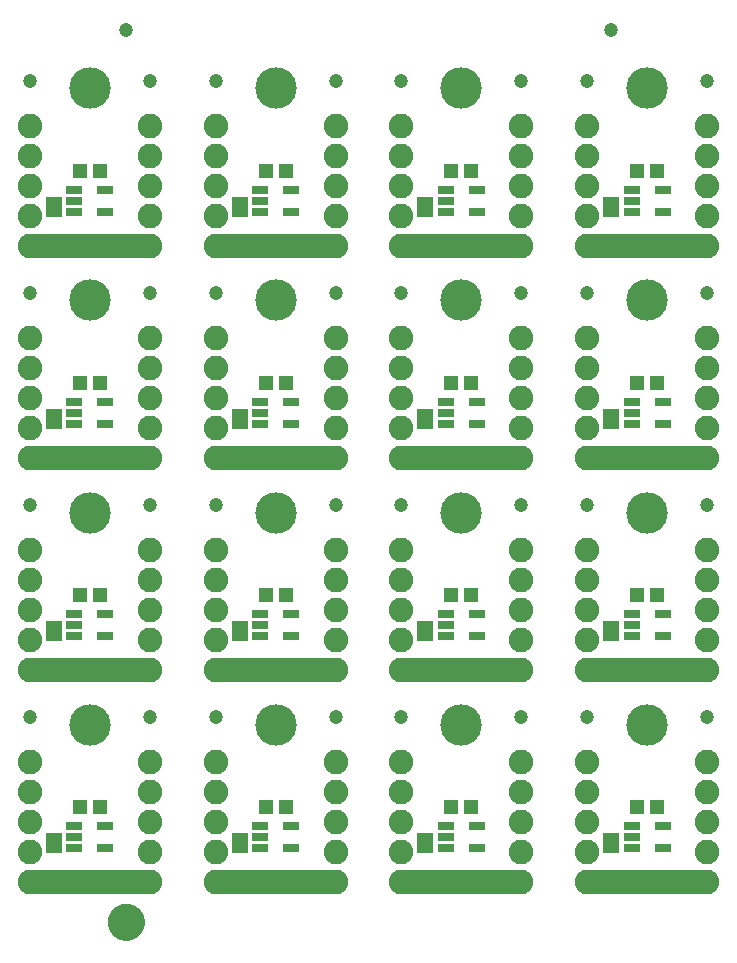
<source format=gts>
G75*
%MOIN*%
%OFA0B0*%
%FSLAX25Y25*%
%IPPOS*%
%LPD*%
%AMOC8*
5,1,8,0,0,1.08239X$1,22.5*
%
%ADD10R,0.40000X0.08000*%
%ADD11C,0.04737*%
%ADD12C,0.13800*%
%ADD13C,0.08200*%
%ADD14R,0.05524X0.02965*%
%ADD15R,0.05131X0.04737*%
%ADD16R,0.05800X0.03300*%
%ADD17C,0.05000*%
%ADD18C,0.06706*%
D10*
X0063750Y0033500D03*
X0125671Y0033500D03*
X0187592Y0033500D03*
X0249514Y0033500D03*
X0249514Y0104201D03*
X0187592Y0104201D03*
X0125671Y0104201D03*
X0063750Y0104201D03*
X0063750Y0174902D03*
X0125671Y0174902D03*
X0187592Y0174902D03*
X0249514Y0174902D03*
X0249514Y0245602D03*
X0187592Y0245602D03*
X0125671Y0245602D03*
X0063750Y0245602D03*
D11*
X0043750Y0229902D03*
X0083750Y0229902D03*
X0105671Y0229902D03*
X0145671Y0229902D03*
X0167592Y0229902D03*
X0207592Y0229902D03*
X0229514Y0229902D03*
X0269514Y0229902D03*
X0269514Y0300602D03*
X0237435Y0317553D03*
X0229514Y0300602D03*
X0207592Y0300602D03*
X0167592Y0300602D03*
X0145671Y0300602D03*
X0105671Y0300602D03*
X0083750Y0300602D03*
X0075750Y0317553D03*
X0043750Y0300602D03*
X0043750Y0159201D03*
X0083750Y0159201D03*
X0105671Y0159201D03*
X0145671Y0159201D03*
X0167592Y0159201D03*
X0207592Y0159201D03*
X0229514Y0159201D03*
X0269514Y0159201D03*
X0269514Y0088500D03*
X0229514Y0088500D03*
X0207592Y0088500D03*
X0167592Y0088500D03*
X0145671Y0088500D03*
X0105671Y0088500D03*
X0083750Y0088500D03*
X0043750Y0088500D03*
D12*
X0063750Y0086000D03*
X0125671Y0086000D03*
X0187592Y0086000D03*
X0249514Y0086000D03*
X0249514Y0156701D03*
X0187592Y0156701D03*
X0125671Y0156701D03*
X0063750Y0156701D03*
X0063750Y0227402D03*
X0125671Y0227402D03*
X0187592Y0227402D03*
X0249514Y0227402D03*
X0249514Y0298102D03*
X0187592Y0298102D03*
X0125671Y0298102D03*
X0063750Y0298102D03*
D13*
X0043750Y0033500D03*
X0043750Y0043500D03*
X0043750Y0053500D03*
X0043750Y0063500D03*
X0043750Y0073500D03*
X0043750Y0104201D03*
X0043750Y0114201D03*
X0043750Y0124201D03*
X0043750Y0134201D03*
X0043750Y0144201D03*
X0043750Y0174902D03*
X0043750Y0184902D03*
X0043750Y0194902D03*
X0043750Y0204902D03*
X0043750Y0214902D03*
X0043750Y0245602D03*
X0043750Y0255602D03*
X0043750Y0265602D03*
X0043750Y0275602D03*
X0043750Y0285602D03*
X0083750Y0285602D03*
X0083750Y0275602D03*
X0083750Y0265602D03*
X0083750Y0255602D03*
X0083750Y0245602D03*
X0105671Y0245602D03*
X0105671Y0255602D03*
X0105671Y0265602D03*
X0105671Y0275602D03*
X0105671Y0285602D03*
X0145671Y0285602D03*
X0145671Y0275602D03*
X0145671Y0265602D03*
X0145671Y0255602D03*
X0145671Y0245602D03*
X0167592Y0245602D03*
X0167592Y0255602D03*
X0167592Y0265602D03*
X0167592Y0275602D03*
X0167592Y0285602D03*
X0207592Y0285602D03*
X0207592Y0275602D03*
X0207592Y0265602D03*
X0207592Y0255602D03*
X0207592Y0245602D03*
X0229514Y0245602D03*
X0229514Y0255602D03*
X0229514Y0265602D03*
X0229514Y0275602D03*
X0229514Y0285602D03*
X0269514Y0285602D03*
X0269514Y0275602D03*
X0269514Y0265602D03*
X0269514Y0255602D03*
X0269514Y0245602D03*
X0269514Y0214902D03*
X0269514Y0204902D03*
X0269514Y0194902D03*
X0269514Y0184902D03*
X0269514Y0174902D03*
X0269514Y0144201D03*
X0269514Y0134201D03*
X0269514Y0124201D03*
X0269514Y0114201D03*
X0269514Y0104201D03*
X0269514Y0073500D03*
X0269514Y0063500D03*
X0269514Y0053500D03*
X0269514Y0043500D03*
X0269514Y0033500D03*
X0229514Y0033500D03*
X0229514Y0043500D03*
X0229514Y0053500D03*
X0229514Y0063500D03*
X0229514Y0073500D03*
X0207592Y0073500D03*
X0207592Y0063500D03*
X0207592Y0053500D03*
X0207592Y0043500D03*
X0207592Y0033500D03*
X0167592Y0033500D03*
X0167592Y0043500D03*
X0167592Y0053500D03*
X0167592Y0063500D03*
X0167592Y0073500D03*
X0145671Y0073500D03*
X0145671Y0063500D03*
X0145671Y0053500D03*
X0145671Y0043500D03*
X0145671Y0033500D03*
X0105671Y0033500D03*
X0105671Y0043500D03*
X0105671Y0053500D03*
X0105671Y0063500D03*
X0105671Y0073500D03*
X0083750Y0073500D03*
X0083750Y0063500D03*
X0083750Y0053500D03*
X0083750Y0043500D03*
X0083750Y0033500D03*
X0083750Y0104201D03*
X0083750Y0114201D03*
X0083750Y0124201D03*
X0083750Y0134201D03*
X0083750Y0144201D03*
X0105671Y0144201D03*
X0105671Y0134201D03*
X0105671Y0124201D03*
X0105671Y0114201D03*
X0105671Y0104201D03*
X0145671Y0104201D03*
X0145671Y0114201D03*
X0145671Y0124201D03*
X0145671Y0134201D03*
X0145671Y0144201D03*
X0167592Y0144201D03*
X0167592Y0134201D03*
X0167592Y0124201D03*
X0167592Y0114201D03*
X0167592Y0104201D03*
X0207592Y0104201D03*
X0207592Y0114201D03*
X0207592Y0124201D03*
X0207592Y0134201D03*
X0207592Y0144201D03*
X0229514Y0144201D03*
X0229514Y0134201D03*
X0229514Y0124201D03*
X0229514Y0114201D03*
X0229514Y0104201D03*
X0229514Y0174902D03*
X0229514Y0184902D03*
X0229514Y0194902D03*
X0229514Y0204902D03*
X0229514Y0214902D03*
X0207592Y0214902D03*
X0207592Y0204902D03*
X0207592Y0194902D03*
X0207592Y0184902D03*
X0207592Y0174902D03*
X0167592Y0174902D03*
X0167592Y0184902D03*
X0167592Y0194902D03*
X0167592Y0204902D03*
X0167592Y0214902D03*
X0145671Y0214902D03*
X0145671Y0204902D03*
X0145671Y0194902D03*
X0145671Y0184902D03*
X0145671Y0174902D03*
X0105671Y0174902D03*
X0105671Y0184902D03*
X0105671Y0194902D03*
X0105671Y0204902D03*
X0105671Y0214902D03*
X0083750Y0214902D03*
X0083750Y0204902D03*
X0083750Y0194902D03*
X0083750Y0184902D03*
X0083750Y0174902D03*
D14*
X0068869Y0186161D03*
X0068869Y0193642D03*
X0058631Y0193642D03*
X0058631Y0189902D03*
X0058631Y0186161D03*
X0120553Y0186161D03*
X0120553Y0189902D03*
X0120553Y0193642D03*
X0130790Y0193642D03*
X0130790Y0186161D03*
X0182474Y0186161D03*
X0182474Y0189902D03*
X0182474Y0193642D03*
X0192711Y0193642D03*
X0192711Y0186161D03*
X0244395Y0186161D03*
X0244395Y0189902D03*
X0244395Y0193642D03*
X0254632Y0193642D03*
X0254632Y0186161D03*
X0254632Y0122941D03*
X0254632Y0115461D03*
X0244395Y0115461D03*
X0244395Y0119201D03*
X0244395Y0122941D03*
X0192711Y0122941D03*
X0192711Y0115461D03*
X0182474Y0115461D03*
X0182474Y0119201D03*
X0182474Y0122941D03*
X0130790Y0122941D03*
X0130790Y0115461D03*
X0120553Y0115461D03*
X0120553Y0119201D03*
X0120553Y0122941D03*
X0068869Y0122941D03*
X0068869Y0115461D03*
X0058631Y0115461D03*
X0058631Y0119201D03*
X0058631Y0122941D03*
X0058631Y0052240D03*
X0058631Y0048500D03*
X0058631Y0044760D03*
X0068869Y0044760D03*
X0068869Y0052240D03*
X0120553Y0052240D03*
X0120553Y0048500D03*
X0120553Y0044760D03*
X0130790Y0044760D03*
X0130790Y0052240D03*
X0182474Y0052240D03*
X0182474Y0048500D03*
X0182474Y0044760D03*
X0192711Y0044760D03*
X0192711Y0052240D03*
X0244395Y0052240D03*
X0244395Y0048500D03*
X0244395Y0044760D03*
X0254632Y0044760D03*
X0254632Y0052240D03*
X0254632Y0256862D03*
X0254632Y0264343D03*
X0244395Y0264343D03*
X0244395Y0260602D03*
X0244395Y0256862D03*
X0192711Y0256862D03*
X0192711Y0264343D03*
X0182474Y0264343D03*
X0182474Y0260602D03*
X0182474Y0256862D03*
X0130790Y0256862D03*
X0130790Y0264343D03*
X0120553Y0264343D03*
X0120553Y0260602D03*
X0120553Y0256862D03*
X0068869Y0256862D03*
X0068869Y0264343D03*
X0058631Y0264343D03*
X0058631Y0260602D03*
X0058631Y0256862D03*
D15*
X0060404Y0270602D03*
X0067096Y0270602D03*
X0122325Y0270602D03*
X0129018Y0270602D03*
X0184246Y0270602D03*
X0190939Y0270602D03*
X0246167Y0270602D03*
X0252860Y0270602D03*
X0252860Y0199902D03*
X0246167Y0199902D03*
X0190939Y0199902D03*
X0184246Y0199902D03*
X0129018Y0199902D03*
X0122325Y0199902D03*
X0067096Y0199902D03*
X0060404Y0199902D03*
X0060404Y0129201D03*
X0067096Y0129201D03*
X0122325Y0129201D03*
X0129018Y0129201D03*
X0184246Y0129201D03*
X0190939Y0129201D03*
X0246167Y0129201D03*
X0252860Y0129201D03*
X0252860Y0058500D03*
X0246167Y0058500D03*
X0190939Y0058500D03*
X0184246Y0058500D03*
X0129018Y0058500D03*
X0122325Y0058500D03*
X0067096Y0058500D03*
X0060404Y0058500D03*
D16*
X0051750Y0048100D03*
X0051750Y0044900D03*
X0113671Y0044900D03*
X0113671Y0048100D03*
X0175592Y0048100D03*
X0175592Y0044900D03*
X0237514Y0044900D03*
X0237514Y0048100D03*
X0237514Y0115601D03*
X0237514Y0118801D03*
X0175592Y0118801D03*
X0175592Y0115601D03*
X0113671Y0115601D03*
X0113671Y0118801D03*
X0051750Y0118801D03*
X0051750Y0115601D03*
X0051750Y0186302D03*
X0051750Y0189502D03*
X0113671Y0189502D03*
X0113671Y0186302D03*
X0175592Y0186302D03*
X0175592Y0189502D03*
X0237514Y0189502D03*
X0237514Y0186302D03*
X0237514Y0257002D03*
X0237514Y0260202D03*
X0175592Y0260202D03*
X0175592Y0257002D03*
X0113671Y0257002D03*
X0113671Y0260202D03*
X0051750Y0260202D03*
X0051750Y0257002D03*
D17*
X0072185Y0020250D02*
X0072187Y0020369D01*
X0072193Y0020488D01*
X0072203Y0020607D01*
X0072217Y0020725D01*
X0072235Y0020843D01*
X0072256Y0020960D01*
X0072282Y0021076D01*
X0072312Y0021192D01*
X0072345Y0021306D01*
X0072382Y0021419D01*
X0072423Y0021531D01*
X0072468Y0021642D01*
X0072516Y0021751D01*
X0072568Y0021858D01*
X0072624Y0021963D01*
X0072683Y0022067D01*
X0072745Y0022168D01*
X0072811Y0022268D01*
X0072880Y0022365D01*
X0072952Y0022459D01*
X0073028Y0022552D01*
X0073106Y0022641D01*
X0073187Y0022728D01*
X0073272Y0022813D01*
X0073359Y0022894D01*
X0073448Y0022972D01*
X0073541Y0023048D01*
X0073635Y0023120D01*
X0073732Y0023189D01*
X0073832Y0023255D01*
X0073933Y0023317D01*
X0074037Y0023376D01*
X0074142Y0023432D01*
X0074249Y0023484D01*
X0074358Y0023532D01*
X0074469Y0023577D01*
X0074581Y0023618D01*
X0074694Y0023655D01*
X0074808Y0023688D01*
X0074924Y0023718D01*
X0075040Y0023744D01*
X0075157Y0023765D01*
X0075275Y0023783D01*
X0075393Y0023797D01*
X0075512Y0023807D01*
X0075631Y0023813D01*
X0075750Y0023815D01*
X0075869Y0023813D01*
X0075988Y0023807D01*
X0076107Y0023797D01*
X0076225Y0023783D01*
X0076343Y0023765D01*
X0076460Y0023744D01*
X0076576Y0023718D01*
X0076692Y0023688D01*
X0076806Y0023655D01*
X0076919Y0023618D01*
X0077031Y0023577D01*
X0077142Y0023532D01*
X0077251Y0023484D01*
X0077358Y0023432D01*
X0077463Y0023376D01*
X0077567Y0023317D01*
X0077668Y0023255D01*
X0077768Y0023189D01*
X0077865Y0023120D01*
X0077959Y0023048D01*
X0078052Y0022972D01*
X0078141Y0022894D01*
X0078228Y0022813D01*
X0078313Y0022728D01*
X0078394Y0022641D01*
X0078472Y0022552D01*
X0078548Y0022459D01*
X0078620Y0022365D01*
X0078689Y0022268D01*
X0078755Y0022168D01*
X0078817Y0022067D01*
X0078876Y0021963D01*
X0078932Y0021858D01*
X0078984Y0021751D01*
X0079032Y0021642D01*
X0079077Y0021531D01*
X0079118Y0021419D01*
X0079155Y0021306D01*
X0079188Y0021192D01*
X0079218Y0021076D01*
X0079244Y0020960D01*
X0079265Y0020843D01*
X0079283Y0020725D01*
X0079297Y0020607D01*
X0079307Y0020488D01*
X0079313Y0020369D01*
X0079315Y0020250D01*
X0079313Y0020131D01*
X0079307Y0020012D01*
X0079297Y0019893D01*
X0079283Y0019775D01*
X0079265Y0019657D01*
X0079244Y0019540D01*
X0079218Y0019424D01*
X0079188Y0019308D01*
X0079155Y0019194D01*
X0079118Y0019081D01*
X0079077Y0018969D01*
X0079032Y0018858D01*
X0078984Y0018749D01*
X0078932Y0018642D01*
X0078876Y0018537D01*
X0078817Y0018433D01*
X0078755Y0018332D01*
X0078689Y0018232D01*
X0078620Y0018135D01*
X0078548Y0018041D01*
X0078472Y0017948D01*
X0078394Y0017859D01*
X0078313Y0017772D01*
X0078228Y0017687D01*
X0078141Y0017606D01*
X0078052Y0017528D01*
X0077959Y0017452D01*
X0077865Y0017380D01*
X0077768Y0017311D01*
X0077668Y0017245D01*
X0077567Y0017183D01*
X0077463Y0017124D01*
X0077358Y0017068D01*
X0077251Y0017016D01*
X0077142Y0016968D01*
X0077031Y0016923D01*
X0076919Y0016882D01*
X0076806Y0016845D01*
X0076692Y0016812D01*
X0076576Y0016782D01*
X0076460Y0016756D01*
X0076343Y0016735D01*
X0076225Y0016717D01*
X0076107Y0016703D01*
X0075988Y0016693D01*
X0075869Y0016687D01*
X0075750Y0016685D01*
X0075631Y0016687D01*
X0075512Y0016693D01*
X0075393Y0016703D01*
X0075275Y0016717D01*
X0075157Y0016735D01*
X0075040Y0016756D01*
X0074924Y0016782D01*
X0074808Y0016812D01*
X0074694Y0016845D01*
X0074581Y0016882D01*
X0074469Y0016923D01*
X0074358Y0016968D01*
X0074249Y0017016D01*
X0074142Y0017068D01*
X0074037Y0017124D01*
X0073933Y0017183D01*
X0073832Y0017245D01*
X0073732Y0017311D01*
X0073635Y0017380D01*
X0073541Y0017452D01*
X0073448Y0017528D01*
X0073359Y0017606D01*
X0073272Y0017687D01*
X0073187Y0017772D01*
X0073106Y0017859D01*
X0073028Y0017948D01*
X0072952Y0018041D01*
X0072880Y0018135D01*
X0072811Y0018232D01*
X0072745Y0018332D01*
X0072683Y0018433D01*
X0072624Y0018537D01*
X0072568Y0018642D01*
X0072516Y0018749D01*
X0072468Y0018858D01*
X0072423Y0018969D01*
X0072382Y0019081D01*
X0072345Y0019194D01*
X0072312Y0019308D01*
X0072282Y0019424D01*
X0072256Y0019540D01*
X0072235Y0019657D01*
X0072217Y0019775D01*
X0072203Y0019893D01*
X0072193Y0020012D01*
X0072187Y0020131D01*
X0072185Y0020250D01*
D18*
X0075750Y0020250D03*
M02*

</source>
